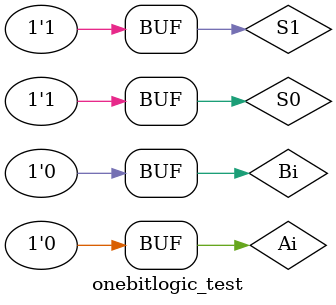
<source format=v>
`timescale 1ns/1ps
`include "1bitlogic.v"

module onebitlogic_test();

reg Ai, Bi, S1, S0;
wire Fi;

onebitlogic obj(Ai, Bi, S1, S0, Fi);

initial
begin
	Ai = 1'b0;
end

always
begin
	#5 Ai = 1'b0;
	#5 Ai = 1'b1;
	#5 Ai = 1'b1;
	#5 Ai = 1'b0;
end

initial
begin
	Bi = 1'b0;
end

always
begin
	#5 Bi = 1'b1;
	#5 Bi = 1'b0;
	#5 Bi = 1'b1;
	#5 Bi = 1'b0;
end

initial
begin
	S1 = 1'b0;
	#10 S1 = 1'b0;
	#10 S1 = 1'b0;
	#10 S1 = 1'b0;
	#10 S1 = 1'b1;
	#10 S1 = 1'b1;
	#10 S1 = 1'b1;
	#10 S1 = 1'b1;
end

initial
begin
	S0 = 1'b0;
	#10 S0 = 1'b0;
	#10 S0 = 1'b1;
	#10 S0 = 1'b1;
	#10 S0 = 1'b0;
	#10 S0 = 1'b0;
	#10 S0 = 1'b1;
	#10 S0 = 1'b1;
end

endmodule

</source>
